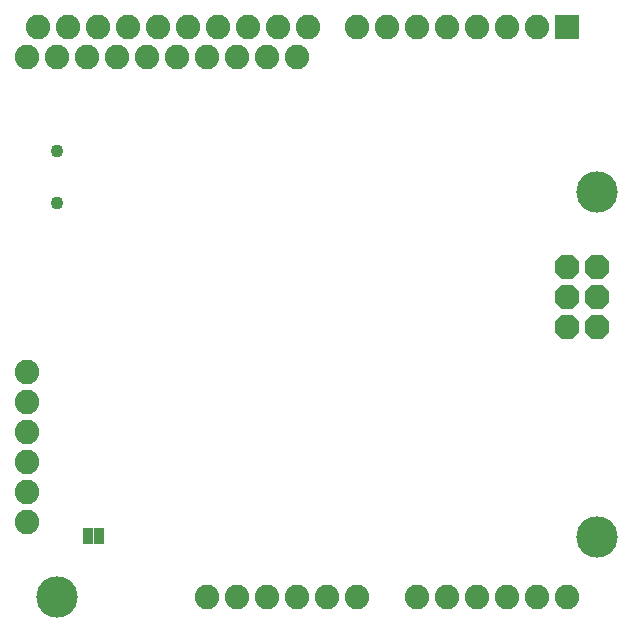
<source format=gbs>
G75*
%MOIN*%
%OFA0B0*%
%FSLAX24Y24*%
%IPPOS*%
%LPD*%
%AMOC8*
5,1,8,0,0,1.08239X$1,22.5*
%
%ADD10C,0.0434*%
%ADD11R,0.0330X0.0580*%
%ADD12C,0.0820*%
%ADD13R,0.0820X0.0820*%
%ADD14OC8,0.0820*%
%ADD15C,0.1380*%
D10*
X002450Y014359D03*
X002450Y016091D03*
D11*
X003473Y003275D03*
X003827Y003275D03*
D12*
X001450Y003725D03*
X001450Y004725D03*
X001450Y005725D03*
X001450Y006725D03*
X001450Y007725D03*
X001450Y008725D03*
X007450Y001225D03*
X008450Y001225D03*
X009450Y001225D03*
X010450Y001225D03*
X011450Y001225D03*
X012450Y001225D03*
X014450Y001225D03*
X015450Y001225D03*
X016450Y001225D03*
X017450Y001225D03*
X018450Y001225D03*
X019450Y001225D03*
X010450Y019225D03*
X009450Y019225D03*
X008450Y019225D03*
X007450Y019225D03*
X006450Y019225D03*
X005450Y019225D03*
X004450Y019225D03*
X003450Y019225D03*
X002450Y019225D03*
X001450Y019225D03*
X001800Y020225D03*
X002800Y020225D03*
X003800Y020225D03*
X004800Y020225D03*
X005800Y020225D03*
X006800Y020225D03*
X007800Y020225D03*
X008800Y020225D03*
X009800Y020225D03*
X010800Y020225D03*
X012450Y020225D03*
X013450Y020225D03*
X014450Y020225D03*
X015450Y020225D03*
X016450Y020225D03*
X017450Y020225D03*
X018450Y020225D03*
D13*
X019450Y020225D03*
D14*
X019450Y012225D03*
X019450Y011225D03*
X019450Y010225D03*
X020450Y010225D03*
X020450Y011225D03*
X020450Y012225D03*
D15*
X002450Y001225D03*
X020450Y003225D03*
X020450Y014725D03*
M02*

</source>
